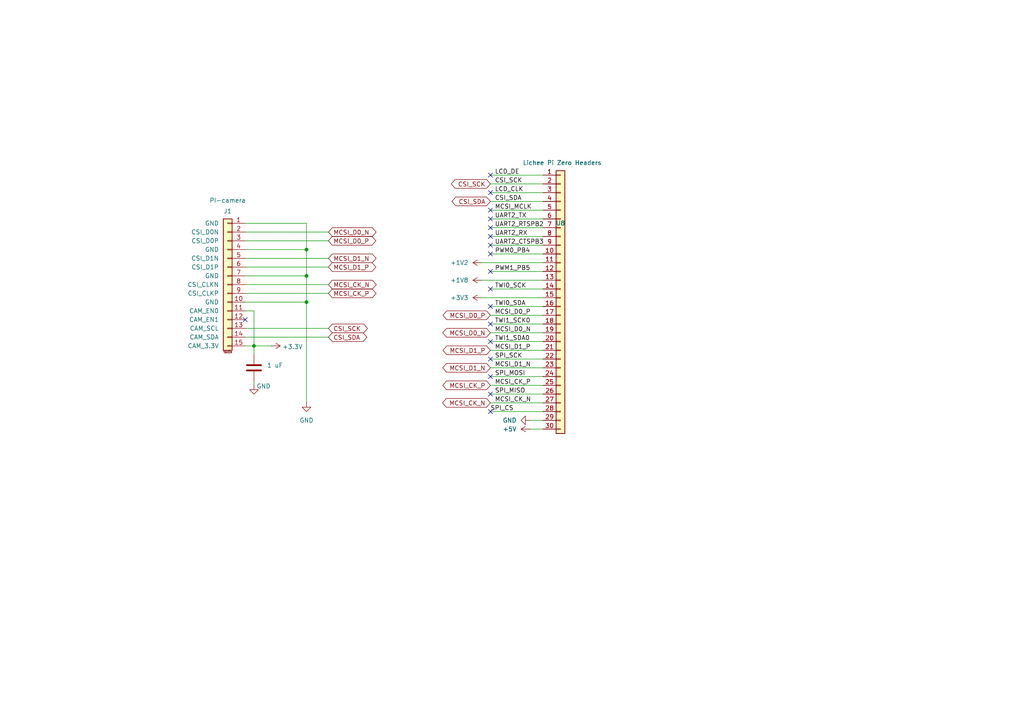
<source format=kicad_sch>
(kicad_sch
	(version 20250114)
	(generator "eeschema")
	(generator_version "9.0")
	(uuid "0b16d94b-075d-4a02-a0d5-e7398a69369a")
	(paper "A4")
	(title_block
		(date "2025-09-27")
	)
	(lib_symbols
		(symbol "C_1"
			(pin_numbers
				(hide yes)
			)
			(pin_names
				(offset 0.254)
			)
			(exclude_from_sim no)
			(in_bom yes)
			(on_board yes)
			(property "Reference" "C1"
				(at -4.572 0 90)
				(do_not_autoplace)
				(effects
					(font
						(size 1.27 1.27)
					)
					(hide yes)
				)
			)
			(property "Value" "0.1 uF"
				(at -3.048 0 0)
				(do_not_autoplace)
				(effects
					(font
						(size 1.27 1.27)
					)
					(justify bottom)
				)
			)
			(property "Footprint" ""
				(at 0.9652 -3.81 0)
				(effects
					(font
						(size 1.27 1.27)
					)
					(hide yes)
				)
			)
			(property "Datasheet" "~"
				(at 0 0 0)
				(effects
					(font
						(size 1.27 1.27)
					)
					(hide yes)
				)
			)
			(property "Description" "Unpolarized capacitor"
				(at 0 0 0)
				(effects
					(font
						(size 1.27 1.27)
					)
					(hide yes)
				)
			)
			(property "ki_keywords" "cap capacitor"
				(at 0 0 0)
				(effects
					(font
						(size 1.27 1.27)
					)
					(hide yes)
				)
			)
			(property "ki_fp_filters" "C_*"
				(at 0 0 0)
				(effects
					(font
						(size 1.27 1.27)
					)
					(hide yes)
				)
			)
			(symbol "C_1_0_1"
				(polyline
					(pts
						(xy -2.032 0.762) (xy 2.032 0.762)
					)
					(stroke
						(width 0.508)
						(type default)
					)
					(fill
						(type none)
					)
				)
				(polyline
					(pts
						(xy -2.032 -0.762) (xy 2.032 -0.762)
					)
					(stroke
						(width 0.508)
						(type default)
					)
					(fill
						(type none)
					)
				)
			)
			(symbol "C_1_1_1"
				(pin passive line
					(at 0 3.81 270)
					(length 2.794)
					(name "~"
						(effects
							(font
								(size 1.27 1.27)
							)
						)
					)
					(number "1"
						(effects
							(font
								(size 1.27 1.27)
							)
						)
					)
				)
				(pin passive line
					(at 0 -3.81 90)
					(length 2.794)
					(name "~"
						(effects
							(font
								(size 1.27 1.27)
							)
						)
					)
					(number "2"
						(effects
							(font
								(size 1.27 1.27)
							)
						)
					)
				)
			)
			(embedded_fonts no)
		)
		(symbol "Conn_01x15_MountingPin_1_1"
			(pin_names
				(offset 3.81)
			)
			(exclude_from_sim no)
			(in_bom yes)
			(on_board yes)
			(property "Reference" "J1"
				(at 0 20.574 0)
				(do_not_autoplace)
				(effects
					(font
						(size 1.27 1.27)
					)
					(justify bottom)
				)
			)
			(property "Value" "RPI Camera Pin Out"
				(at 0 25.146 0)
				(do_not_autoplace)
				(effects
					(font
						(size 1.27 1.27)
					)
					(justify top)
				)
			)
			(property "Footprint" ""
				(at 0 0 0)
				(effects
					(font
						(size 1.27 1.27)
					)
					(hide yes)
				)
			)
			(property "Datasheet" "~"
				(at 0 0 0)
				(effects
					(font
						(size 1.27 1.27)
					)
					(hide yes)
				)
			)
			(property "Description" "Generic connectable mounting pin connector, single row, 01x15, script generated (kicad-library-utils/schlib/autogen/connector/)"
				(at 0 0 0)
				(effects
					(font
						(size 1.27 1.27)
					)
					(hide yes)
				)
			)
			(property "ki_keywords" "connector"
				(at 0 0 0)
				(effects
					(font
						(size 1.27 1.27)
					)
					(hide yes)
				)
			)
			(property "ki_fp_filters" "Connector*:*_1x??-1MP*"
				(at 0 0 0)
				(effects
					(font
						(size 1.27 1.27)
					)
					(hide yes)
				)
			)
			(symbol "Conn_01x15_MountingPin_1_1_1_1"
				(rectangle
					(start -1.27 19.05)
					(end 1.27 -19.05)
					(stroke
						(width 0.254)
						(type default)
					)
					(fill
						(type background)
					)
				)
				(rectangle
					(start -1.27 17.907)
					(end 0 17.653)
					(stroke
						(width 0.1524)
						(type default)
					)
					(fill
						(type none)
					)
				)
				(rectangle
					(start -1.27 15.367)
					(end 0 15.113)
					(stroke
						(width 0.1524)
						(type default)
					)
					(fill
						(type none)
					)
				)
				(rectangle
					(start -1.27 12.827)
					(end 0 12.573)
					(stroke
						(width 0.1524)
						(type default)
					)
					(fill
						(type none)
					)
				)
				(rectangle
					(start -1.27 10.287)
					(end 0 10.033)
					(stroke
						(width 0.1524)
						(type default)
					)
					(fill
						(type none)
					)
				)
				(rectangle
					(start -1.27 7.747)
					(end 0 7.493)
					(stroke
						(width 0.1524)
						(type default)
					)
					(fill
						(type none)
					)
				)
				(rectangle
					(start -1.27 5.207)
					(end 0 4.953)
					(stroke
						(width 0.1524)
						(type default)
					)
					(fill
						(type none)
					)
				)
				(rectangle
					(start -1.27 2.667)
					(end 0 2.413)
					(stroke
						(width 0.1524)
						(type default)
					)
					(fill
						(type none)
					)
				)
				(rectangle
					(start -1.27 0.127)
					(end 0 -0.127)
					(stroke
						(width 0.1524)
						(type default)
					)
					(fill
						(type none)
					)
				)
				(rectangle
					(start -1.27 -2.413)
					(end 0 -2.667)
					(stroke
						(width 0.1524)
						(type default)
					)
					(fill
						(type none)
					)
				)
				(rectangle
					(start -1.27 -4.953)
					(end 0 -5.207)
					(stroke
						(width 0.1524)
						(type default)
					)
					(fill
						(type none)
					)
				)
				(rectangle
					(start -1.27 -7.493)
					(end 0 -7.747)
					(stroke
						(width 0.1524)
						(type default)
					)
					(fill
						(type none)
					)
				)
				(rectangle
					(start -1.27 -10.033)
					(end 0 -10.287)
					(stroke
						(width 0.1524)
						(type default)
					)
					(fill
						(type none)
					)
				)
				(rectangle
					(start -1.27 -12.573)
					(end 0 -12.827)
					(stroke
						(width 0.1524)
						(type default)
					)
					(fill
						(type none)
					)
				)
				(rectangle
					(start -1.27 -15.113)
					(end 0 -15.367)
					(stroke
						(width 0.1524)
						(type default)
					)
					(fill
						(type none)
					)
				)
				(rectangle
					(start -1.27 -17.653)
					(end 0 -17.907)
					(stroke
						(width 0.1524)
						(type default)
					)
					(fill
						(type none)
					)
				)
				(polyline
					(pts
						(xy -1.016 -19.812) (xy 1.016 -19.812)
					)
					(stroke
						(width 0.1524)
						(type default)
					)
					(fill
						(type none)
					)
				)
				(text "Mounting"
					(at 0 -19.431 0)
					(effects
						(font
							(size 0.381 0.381)
						)
					)
				)
				(pin passive line
					(at -5.08 17.78 0)
					(length 3.81)
					(name "GND"
						(effects
							(font
								(size 1.27 1.27)
							)
						)
					)
					(number "1"
						(effects
							(font
								(size 1.27 1.27)
							)
						)
					)
				)
				(pin passive line
					(at -5.08 15.24 0)
					(length 3.81)
					(name "CSI_D0N"
						(effects
							(font
								(size 1.27 1.27)
							)
						)
					)
					(number "2"
						(effects
							(font
								(size 1.27 1.27)
							)
						)
					)
				)
				(pin passive line
					(at -5.08 12.7 0)
					(length 3.81)
					(name "CSI_D0P"
						(effects
							(font
								(size 1.27 1.27)
							)
						)
					)
					(number "3"
						(effects
							(font
								(size 1.27 1.27)
							)
						)
					)
				)
				(pin passive line
					(at -5.08 10.16 0)
					(length 3.81)
					(name "GND"
						(effects
							(font
								(size 1.27 1.27)
							)
						)
					)
					(number "4"
						(effects
							(font
								(size 1.27 1.27)
							)
						)
					)
				)
				(pin passive line
					(at -5.08 7.62 0)
					(length 3.81)
					(name "CSI_D1N"
						(effects
							(font
								(size 1.27 1.27)
							)
						)
					)
					(number "5"
						(effects
							(font
								(size 1.27 1.27)
							)
						)
					)
				)
				(pin passive line
					(at -5.08 5.08 0)
					(length 3.81)
					(name "CSI_D1P"
						(effects
							(font
								(size 1.27 1.27)
							)
						)
					)
					(number "6"
						(effects
							(font
								(size 1.27 1.27)
							)
						)
					)
				)
				(pin passive line
					(at -5.08 2.54 0)
					(length 3.81)
					(name "GND"
						(effects
							(font
								(size 1.27 1.27)
							)
						)
					)
					(number "7"
						(effects
							(font
								(size 1.27 1.27)
							)
						)
					)
				)
				(pin passive line
					(at -5.08 0 0)
					(length 3.81)
					(name "CSI_CLKN"
						(effects
							(font
								(size 1.27 1.27)
							)
						)
					)
					(number "8"
						(effects
							(font
								(size 1.27 1.27)
							)
						)
					)
				)
				(pin passive line
					(at -5.08 -2.54 0)
					(length 3.81)
					(name "CSI_CLKP"
						(effects
							(font
								(size 1.27 1.27)
							)
						)
					)
					(number "9"
						(effects
							(font
								(size 1.27 1.27)
							)
						)
					)
				)
				(pin passive line
					(at -5.08 -5.08 0)
					(length 3.81)
					(name "GND"
						(effects
							(font
								(size 1.27 1.27)
							)
						)
					)
					(number "10"
						(effects
							(font
								(size 1.27 1.27)
							)
						)
					)
				)
				(pin passive line
					(at -5.08 -7.62 0)
					(length 3.81)
					(name "CAM_EN0"
						(effects
							(font
								(size 1.27 1.27)
							)
						)
					)
					(number "11"
						(effects
							(font
								(size 1.27 1.27)
							)
						)
					)
				)
				(pin passive line
					(at -5.08 -10.16 0)
					(length 3.81)
					(name "CAM_EN1"
						(effects
							(font
								(size 1.27 1.27)
							)
						)
					)
					(number "12"
						(effects
							(font
								(size 1.27 1.27)
							)
						)
					)
				)
				(pin passive line
					(at -5.08 -12.7 0)
					(length 3.81)
					(name "CAM_SCL"
						(effects
							(font
								(size 1.27 1.27)
							)
						)
					)
					(number "13"
						(effects
							(font
								(size 1.27 1.27)
							)
						)
					)
				)
				(pin passive line
					(at -5.08 -15.24 0)
					(length 3.81)
					(name "CAM_SDA"
						(effects
							(font
								(size 1.27 1.27)
							)
						)
					)
					(number "14"
						(effects
							(font
								(size 1.27 1.27)
							)
						)
					)
				)
				(pin passive line
					(at -5.08 -17.78 0)
					(length 3.81)
					(name "CAM_3.3V"
						(effects
							(font
								(size 1.27 1.27)
							)
						)
					)
					(number "15"
						(effects
							(font
								(size 1.27 1.27)
							)
						)
					)
				)
			)
			(embedded_fonts no)
		)
		(symbol "Connector_Generic:Conn_01x30"
			(pin_names
				(offset 1.016)
				(hide yes)
			)
			(exclude_from_sim no)
			(in_bom yes)
			(on_board yes)
			(property "Reference" "J"
				(at 0 38.1 0)
				(effects
					(font
						(size 1.27 1.27)
					)
				)
			)
			(property "Value" "Conn_01x30"
				(at 0 -40.64 0)
				(effects
					(font
						(size 1.27 1.27)
					)
				)
			)
			(property "Footprint" ""
				(at 0 0 0)
				(effects
					(font
						(size 1.27 1.27)
					)
					(hide yes)
				)
			)
			(property "Datasheet" "~"
				(at 0 0 0)
				(effects
					(font
						(size 1.27 1.27)
					)
					(hide yes)
				)
			)
			(property "Description" "Generic connector, single row, 01x30, script generated (kicad-library-utils/schlib/autogen/connector/)"
				(at 0 0 0)
				(effects
					(font
						(size 1.27 1.27)
					)
					(hide yes)
				)
			)
			(property "ki_keywords" "connector"
				(at 0 0 0)
				(effects
					(font
						(size 1.27 1.27)
					)
					(hide yes)
				)
			)
			(property "ki_fp_filters" "Connector*:*_1x??_*"
				(at 0 0 0)
				(effects
					(font
						(size 1.27 1.27)
					)
					(hide yes)
				)
			)
			(symbol "Conn_01x30_1_1"
				(rectangle
					(start -1.27 36.83)
					(end 1.27 -39.37)
					(stroke
						(width 0.254)
						(type default)
					)
					(fill
						(type background)
					)
				)
				(rectangle
					(start -1.27 35.687)
					(end 0 35.433)
					(stroke
						(width 0.1524)
						(type default)
					)
					(fill
						(type none)
					)
				)
				(rectangle
					(start -1.27 33.147)
					(end 0 32.893)
					(stroke
						(width 0.1524)
						(type default)
					)
					(fill
						(type none)
					)
				)
				(rectangle
					(start -1.27 30.607)
					(end 0 30.353)
					(stroke
						(width 0.1524)
						(type default)
					)
					(fill
						(type none)
					)
				)
				(rectangle
					(start -1.27 28.067)
					(end 0 27.813)
					(stroke
						(width 0.1524)
						(type default)
					)
					(fill
						(type none)
					)
				)
				(rectangle
					(start -1.27 25.527)
					(end 0 25.273)
					(stroke
						(width 0.1524)
						(type default)
					)
					(fill
						(type none)
					)
				)
				(rectangle
					(start -1.27 22.987)
					(end 0 22.733)
					(stroke
						(width 0.1524)
						(type default)
					)
					(fill
						(type none)
					)
				)
				(rectangle
					(start -1.27 20.447)
					(end 0 20.193)
					(stroke
						(width 0.1524)
						(type default)
					)
					(fill
						(type none)
					)
				)
				(rectangle
					(start -1.27 17.907)
					(end 0 17.653)
					(stroke
						(width 0.1524)
						(type default)
					)
					(fill
						(type none)
					)
				)
				(rectangle
					(start -1.27 15.367)
					(end 0 15.113)
					(stroke
						(width 0.1524)
						(type default)
					)
					(fill
						(type none)
					)
				)
				(rectangle
					(start -1.27 12.827)
					(end 0 12.573)
					(stroke
						(width 0.1524)
						(type default)
					)
					(fill
						(type none)
					)
				)
				(rectangle
					(start -1.27 10.287)
					(end 0 10.033)
					(stroke
						(width 0.1524)
						(type default)
					)
					(fill
						(type none)
					)
				)
				(rectangle
					(start -1.27 7.747)
					(end 0 7.493)
					(stroke
						(width 0.1524)
						(type default)
					)
					(fill
						(type none)
					)
				)
				(rectangle
					(start -1.27 5.207)
					(end 0 4.953)
					(stroke
						(width 0.1524)
						(type default)
					)
					(fill
						(type none)
					)
				)
				(rectangle
					(start -1.27 2.667)
					(end 0 2.413)
					(stroke
						(width 0.1524)
						(type default)
					)
					(fill
						(type none)
					)
				)
				(rectangle
					(start -1.27 0.127)
					(end 0 -0.127)
					(stroke
						(width 0.1524)
						(type default)
					)
					(fill
						(type none)
					)
				)
				(rectangle
					(start -1.27 -2.413)
					(end 0 -2.667)
					(stroke
						(width 0.1524)
						(type default)
					)
					(fill
						(type none)
					)
				)
				(rectangle
					(start -1.27 -4.953)
					(end 0 -5.207)
					(stroke
						(width 0.1524)
						(type default)
					)
					(fill
						(type none)
					)
				)
				(rectangle
					(start -1.27 -7.493)
					(end 0 -7.747)
					(stroke
						(width 0.1524)
						(type default)
					)
					(fill
						(type none)
					)
				)
				(rectangle
					(start -1.27 -10.033)
					(end 0 -10.287)
					(stroke
						(width 0.1524)
						(type default)
					)
					(fill
						(type none)
					)
				)
				(rectangle
					(start -1.27 -12.573)
					(end 0 -12.827)
					(stroke
						(width 0.1524)
						(type default)
					)
					(fill
						(type none)
					)
				)
				(rectangle
					(start -1.27 -15.113)
					(end 0 -15.367)
					(stroke
						(width 0.1524)
						(type default)
					)
					(fill
						(type none)
					)
				)
				(rectangle
					(start -1.27 -17.653)
					(end 0 -17.907)
					(stroke
						(width 0.1524)
						(type default)
					)
					(fill
						(type none)
					)
				)
				(rectangle
					(start -1.27 -20.193)
					(end 0 -20.447)
					(stroke
						(width 0.1524)
						(type default)
					)
					(fill
						(type none)
					)
				)
				(rectangle
					(start -1.27 -22.733)
					(end 0 -22.987)
					(stroke
						(width 0.1524)
						(type default)
					)
					(fill
						(type none)
					)
				)
				(rectangle
					(start -1.27 -25.273)
					(end 0 -25.527)
					(stroke
						(width 0.1524)
						(type default)
					)
					(fill
						(type none)
					)
				)
				(rectangle
					(start -1.27 -27.813)
					(end 0 -28.067)
					(stroke
						(width 0.1524)
						(type default)
					)
					(fill
						(type none)
					)
				)
				(rectangle
					(start -1.27 -30.353)
					(end 0 -30.607)
					(stroke
						(width 0.1524)
						(type default)
					)
					(fill
						(type none)
					)
				)
				(rectangle
					(start -1.27 -32.893)
					(end 0 -33.147)
					(stroke
						(width 0.1524)
						(type default)
					)
					(fill
						(type none)
					)
				)
				(rectangle
					(start -1.27 -35.433)
					(end 0 -35.687)
					(stroke
						(width 0.1524)
						(type default)
					)
					(fill
						(type none)
					)
				)
				(rectangle
					(start -1.27 -37.973)
					(end 0 -38.227)
					(stroke
						(width 0.1524)
						(type default)
					)
					(fill
						(type none)
					)
				)
				(pin passive line
					(at -5.08 35.56 0)
					(length 3.81)
					(name "Pin_1"
						(effects
							(font
								(size 1.27 1.27)
							)
						)
					)
					(number "1"
						(effects
							(font
								(size 1.27 1.27)
							)
						)
					)
				)
				(pin passive line
					(at -5.08 33.02 0)
					(length 3.81)
					(name "Pin_2"
						(effects
							(font
								(size 1.27 1.27)
							)
						)
					)
					(number "2"
						(effects
							(font
								(size 1.27 1.27)
							)
						)
					)
				)
				(pin passive line
					(at -5.08 30.48 0)
					(length 3.81)
					(name "Pin_3"
						(effects
							(font
								(size 1.27 1.27)
							)
						)
					)
					(number "3"
						(effects
							(font
								(size 1.27 1.27)
							)
						)
					)
				)
				(pin passive line
					(at -5.08 27.94 0)
					(length 3.81)
					(name "Pin_4"
						(effects
							(font
								(size 1.27 1.27)
							)
						)
					)
					(number "4"
						(effects
							(font
								(size 1.27 1.27)
							)
						)
					)
				)
				(pin passive line
					(at -5.08 25.4 0)
					(length 3.81)
					(name "Pin_5"
						(effects
							(font
								(size 1.27 1.27)
							)
						)
					)
					(number "5"
						(effects
							(font
								(size 1.27 1.27)
							)
						)
					)
				)
				(pin passive line
					(at -5.08 22.86 0)
					(length 3.81)
					(name "Pin_6"
						(effects
							(font
								(size 1.27 1.27)
							)
						)
					)
					(number "6"
						(effects
							(font
								(size 1.27 1.27)
							)
						)
					)
				)
				(pin passive line
					(at -5.08 20.32 0)
					(length 3.81)
					(name "Pin_7"
						(effects
							(font
								(size 1.27 1.27)
							)
						)
					)
					(number "7"
						(effects
							(font
								(size 1.27 1.27)
							)
						)
					)
				)
				(pin passive line
					(at -5.08 17.78 0)
					(length 3.81)
					(name "Pin_8"
						(effects
							(font
								(size 1.27 1.27)
							)
						)
					)
					(number "8"
						(effects
							(font
								(size 1.27 1.27)
							)
						)
					)
				)
				(pin passive line
					(at -5.08 15.24 0)
					(length 3.81)
					(name "Pin_9"
						(effects
							(font
								(size 1.27 1.27)
							)
						)
					)
					(number "9"
						(effects
							(font
								(size 1.27 1.27)
							)
						)
					)
				)
				(pin passive line
					(at -5.08 12.7 0)
					(length 3.81)
					(name "Pin_10"
						(effects
							(font
								(size 1.27 1.27)
							)
						)
					)
					(number "10"
						(effects
							(font
								(size 1.27 1.27)
							)
						)
					)
				)
				(pin passive line
					(at -5.08 10.16 0)
					(length 3.81)
					(name "Pin_11"
						(effects
							(font
								(size 1.27 1.27)
							)
						)
					)
					(number "11"
						(effects
							(font
								(size 1.27 1.27)
							)
						)
					)
				)
				(pin passive line
					(at -5.08 7.62 0)
					(length 3.81)
					(name "Pin_12"
						(effects
							(font
								(size 1.27 1.27)
							)
						)
					)
					(number "12"
						(effects
							(font
								(size 1.27 1.27)
							)
						)
					)
				)
				(pin passive line
					(at -5.08 5.08 0)
					(length 3.81)
					(name "Pin_13"
						(effects
							(font
								(size 1.27 1.27)
							)
						)
					)
					(number "13"
						(effects
							(font
								(size 1.27 1.27)
							)
						)
					)
				)
				(pin passive line
					(at -5.08 2.54 0)
					(length 3.81)
					(name "Pin_14"
						(effects
							(font
								(size 1.27 1.27)
							)
						)
					)
					(number "14"
						(effects
							(font
								(size 1.27 1.27)
							)
						)
					)
				)
				(pin passive line
					(at -5.08 0 0)
					(length 3.81)
					(name "Pin_15"
						(effects
							(font
								(size 1.27 1.27)
							)
						)
					)
					(number "15"
						(effects
							(font
								(size 1.27 1.27)
							)
						)
					)
				)
				(pin passive line
					(at -5.08 -2.54 0)
					(length 3.81)
					(name "Pin_16"
						(effects
							(font
								(size 1.27 1.27)
							)
						)
					)
					(number "16"
						(effects
							(font
								(size 1.27 1.27)
							)
						)
					)
				)
				(pin passive line
					(at -5.08 -5.08 0)
					(length 3.81)
					(name "Pin_17"
						(effects
							(font
								(size 1.27 1.27)
							)
						)
					)
					(number "17"
						(effects
							(font
								(size 1.27 1.27)
							)
						)
					)
				)
				(pin passive line
					(at -5.08 -7.62 0)
					(length 3.81)
					(name "Pin_18"
						(effects
							(font
								(size 1.27 1.27)
							)
						)
					)
					(number "18"
						(effects
							(font
								(size 1.27 1.27)
							)
						)
					)
				)
				(pin passive line
					(at -5.08 -10.16 0)
					(length 3.81)
					(name "Pin_19"
						(effects
							(font
								(size 1.27 1.27)
							)
						)
					)
					(number "19"
						(effects
							(font
								(size 1.27 1.27)
							)
						)
					)
				)
				(pin passive line
					(at -5.08 -12.7 0)
					(length 3.81)
					(name "Pin_20"
						(effects
							(font
								(size 1.27 1.27)
							)
						)
					)
					(number "20"
						(effects
							(font
								(size 1.27 1.27)
							)
						)
					)
				)
				(pin passive line
					(at -5.08 -15.24 0)
					(length 3.81)
					(name "Pin_21"
						(effects
							(font
								(size 1.27 1.27)
							)
						)
					)
					(number "21"
						(effects
							(font
								(size 1.27 1.27)
							)
						)
					)
				)
				(pin passive line
					(at -5.08 -17.78 0)
					(length 3.81)
					(name "Pin_22"
						(effects
							(font
								(size 1.27 1.27)
							)
						)
					)
					(number "22"
						(effects
							(font
								(size 1.27 1.27)
							)
						)
					)
				)
				(pin passive line
					(at -5.08 -20.32 0)
					(length 3.81)
					(name "Pin_23"
						(effects
							(font
								(size 1.27 1.27)
							)
						)
					)
					(number "23"
						(effects
							(font
								(size 1.27 1.27)
							)
						)
					)
				)
				(pin passive line
					(at -5.08 -22.86 0)
					(length 3.81)
					(name "Pin_24"
						(effects
							(font
								(size 1.27 1.27)
							)
						)
					)
					(number "24"
						(effects
							(font
								(size 1.27 1.27)
							)
						)
					)
				)
				(pin passive line
					(at -5.08 -25.4 0)
					(length 3.81)
					(name "Pin_25"
						(effects
							(font
								(size 1.27 1.27)
							)
						)
					)
					(number "25"
						(effects
							(font
								(size 1.27 1.27)
							)
						)
					)
				)
				(pin passive line
					(at -5.08 -27.94 0)
					(length 3.81)
					(name "Pin_26"
						(effects
							(font
								(size 1.27 1.27)
							)
						)
					)
					(number "26"
						(effects
							(font
								(size 1.27 1.27)
							)
						)
					)
				)
				(pin passive line
					(at -5.08 -30.48 0)
					(length 3.81)
					(name "Pin_27"
						(effects
							(font
								(size 1.27 1.27)
							)
						)
					)
					(number "27"
						(effects
							(font
								(size 1.27 1.27)
							)
						)
					)
				)
				(pin passive line
					(at -5.08 -33.02 0)
					(length 3.81)
					(name "Pin_28"
						(effects
							(font
								(size 1.27 1.27)
							)
						)
					)
					(number "28"
						(effects
							(font
								(size 1.27 1.27)
							)
						)
					)
				)
				(pin passive line
					(at -5.08 -35.56 0)
					(length 3.81)
					(name "Pin_29"
						(effects
							(font
								(size 1.27 1.27)
							)
						)
					)
					(number "29"
						(effects
							(font
								(size 1.27 1.27)
							)
						)
					)
				)
				(pin passive line
					(at -5.08 -38.1 0)
					(length 3.81)
					(name "Pin_30"
						(effects
							(font
								(size 1.27 1.27)
							)
						)
					)
					(number "30"
						(effects
							(font
								(size 1.27 1.27)
							)
						)
					)
				)
			)
			(embedded_fonts no)
		)
		(symbol "power:+1V2"
			(power)
			(pin_numbers
				(hide yes)
			)
			(pin_names
				(offset 0)
				(hide yes)
			)
			(exclude_from_sim no)
			(in_bom yes)
			(on_board yes)
			(property "Reference" "#PWR"
				(at 0 -3.81 0)
				(effects
					(font
						(size 1.27 1.27)
					)
					(hide yes)
				)
			)
			(property "Value" "+1V2"
				(at 0 3.556 0)
				(effects
					(font
						(size 1.27 1.27)
					)
				)
			)
			(property "Footprint" ""
				(at 0 0 0)
				(effects
					(font
						(size 1.27 1.27)
					)
					(hide yes)
				)
			)
			(property "Datasheet" ""
				(at 0 0 0)
				(effects
					(font
						(size 1.27 1.27)
					)
					(hide yes)
				)
			)
			(property "Description" "Power symbol creates a global label with name \"+1V2\""
				(at 0 0 0)
				(effects
					(font
						(size 1.27 1.27)
					)
					(hide yes)
				)
			)
			(property "ki_keywords" "global power"
				(at 0 0 0)
				(effects
					(font
						(size 1.27 1.27)
					)
					(hide yes)
				)
			)
			(symbol "+1V2_0_1"
				(polyline
					(pts
						(xy -0.762 1.27) (xy 0 2.54)
					)
					(stroke
						(width 0)
						(type default)
					)
					(fill
						(type none)
					)
				)
				(polyline
					(pts
						(xy 0 2.54) (xy 0.762 1.27)
					)
					(stroke
						(width 0)
						(type default)
					)
					(fill
						(type none)
					)
				)
				(polyline
					(pts
						(xy 0 0) (xy 0 2.54)
					)
					(stroke
						(width 0)
						(type default)
					)
					(fill
						(type none)
					)
				)
			)
			(symbol "+1V2_1_1"
				(pin power_in line
					(at 0 0 90)
					(length 0)
					(name "~"
						(effects
							(font
								(size 1.27 1.27)
							)
						)
					)
					(number "1"
						(effects
							(font
								(size 1.27 1.27)
							)
						)
					)
				)
			)
			(embedded_fonts no)
		)
		(symbol "power:+1V8"
			(power)
			(pin_numbers
				(hide yes)
			)
			(pin_names
				(offset 0)
				(hide yes)
			)
			(exclude_from_sim no)
			(in_bom yes)
			(on_board yes)
			(property "Reference" "#PWR"
				(at 0 -3.81 0)
				(effects
					(font
						(size 1.27 1.27)
					)
					(hide yes)
				)
			)
			(property "Value" "+1V8"
				(at 0 3.556 0)
				(effects
					(font
						(size 1.27 1.27)
					)
				)
			)
			(property "Footprint" ""
				(at 0 0 0)
				(effects
					(font
						(size 1.27 1.27)
					)
					(hide yes)
				)
			)
			(property "Datasheet" ""
				(at 0 0 0)
				(effects
					(font
						(size 1.27 1.27)
					)
					(hide yes)
				)
			)
			(property "Description" "Power symbol creates a global label with name \"+1V8\""
				(at 0 0 0)
				(effects
					(font
						(size 1.27 1.27)
					)
					(hide yes)
				)
			)
			(property "ki_keywords" "global power"
				(at 0 0 0)
				(effects
					(font
						(size 1.27 1.27)
					)
					(hide yes)
				)
			)
			(symbol "+1V8_0_1"
				(polyline
					(pts
						(xy -0.762 1.27) (xy 0 2.54)
					)
					(stroke
						(width 0)
						(type default)
					)
					(fill
						(type none)
					)
				)
				(polyline
					(pts
						(xy 0 2.54) (xy 0.762 1.27)
					)
					(stroke
						(width 0)
						(type default)
					)
					(fill
						(type none)
					)
				)
				(polyline
					(pts
						(xy 0 0) (xy 0 2.54)
					)
					(stroke
						(width 0)
						(type default)
					)
					(fill
						(type none)
					)
				)
			)
			(symbol "+1V8_1_1"
				(pin power_in line
					(at 0 0 90)
					(length 0)
					(name "~"
						(effects
							(font
								(size 1.27 1.27)
							)
						)
					)
					(number "1"
						(effects
							(font
								(size 1.27 1.27)
							)
						)
					)
				)
			)
			(embedded_fonts no)
		)
		(symbol "power:+3.3V"
			(power)
			(pin_numbers
				(hide yes)
			)
			(pin_names
				(offset 0)
				(hide yes)
			)
			(exclude_from_sim no)
			(in_bom yes)
			(on_board yes)
			(property "Reference" "#PWR"
				(at 0 -3.81 0)
				(effects
					(font
						(size 1.27 1.27)
					)
					(hide yes)
				)
			)
			(property "Value" "+3.3V"
				(at 0 3.556 0)
				(effects
					(font
						(size 1.27 1.27)
					)
				)
			)
			(property "Footprint" ""
				(at 0 0 0)
				(effects
					(font
						(size 1.27 1.27)
					)
					(hide yes)
				)
			)
			(property "Datasheet" ""
				(at 0 0 0)
				(effects
					(font
						(size 1.27 1.27)
					)
					(hide yes)
				)
			)
			(property "Description" "Power symbol creates a global label with name \"+3.3V\""
				(at 0 0 0)
				(effects
					(font
						(size 1.27 1.27)
					)
					(hide yes)
				)
			)
			(property "ki_keywords" "global power"
				(at 0 0 0)
				(effects
					(font
						(size 1.27 1.27)
					)
					(hide yes)
				)
			)
			(symbol "+3.3V_0_1"
				(polyline
					(pts
						(xy -0.762 1.27) (xy 0 2.54)
					)
					(stroke
						(width 0)
						(type default)
					)
					(fill
						(type none)
					)
				)
				(polyline
					(pts
						(xy 0 2.54) (xy 0.762 1.27)
					)
					(stroke
						(width 0)
						(type default)
					)
					(fill
						(type none)
					)
				)
				(polyline
					(pts
						(xy 0 0) (xy 0 2.54)
					)
					(stroke
						(width 0)
						(type default)
					)
					(fill
						(type none)
					)
				)
			)
			(symbol "+3.3V_1_1"
				(pin power_in line
					(at 0 0 90)
					(length 0)
					(name "~"
						(effects
							(font
								(size 1.27 1.27)
							)
						)
					)
					(number "1"
						(effects
							(font
								(size 1.27 1.27)
							)
						)
					)
				)
			)
			(embedded_fonts no)
		)
		(symbol "power:+3V3"
			(power)
			(pin_numbers
				(hide yes)
			)
			(pin_names
				(offset 0)
				(hide yes)
			)
			(exclude_from_sim no)
			(in_bom yes)
			(on_board yes)
			(property "Reference" "#PWR"
				(at 0 -3.81 0)
				(effects
					(font
						(size 1.27 1.27)
					)
					(hide yes)
				)
			)
			(property "Value" "+3V3"
				(at 0 3.556 0)
				(effects
					(font
						(size 1.27 1.27)
					)
				)
			)
			(property "Footprint" ""
				(at 0 0 0)
				(effects
					(font
						(size 1.27 1.27)
					)
					(hide yes)
				)
			)
			(property "Datasheet" ""
				(at 0 0 0)
				(effects
					(font
						(size 1.27 1.27)
					)
					(hide yes)
				)
			)
			(property "Description" "Power symbol creates a global label with name \"+3V3\""
				(at 0 0 0)
				(effects
					(font
						(size 1.27 1.27)
					)
					(hide yes)
				)
			)
			(property "ki_keywords" "global power"
				(at 0 0 0)
				(effects
					(font
						(size 1.27 1.27)
					)
					(hide yes)
				)
			)
			(symbol "+3V3_0_1"
				(polyline
					(pts
						(xy -0.762 1.27) (xy 0 2.54)
					)
					(stroke
						(width 0)
						(type default)
					)
					(fill
						(type none)
					)
				)
				(polyline
					(pts
						(xy 0 2.54) (xy 0.762 1.27)
					)
					(stroke
						(width 0)
						(type default)
					)
					(fill
						(type none)
					)
				)
				(polyline
					(pts
						(xy 0 0) (xy 0 2.54)
					)
					(stroke
						(width 0)
						(type default)
					)
					(fill
						(type none)
					)
				)
			)
			(symbol "+3V3_1_1"
				(pin power_in line
					(at 0 0 90)
					(length 0)
					(name "~"
						(effects
							(font
								(size 1.27 1.27)
							)
						)
					)
					(number "1"
						(effects
							(font
								(size 1.27 1.27)
							)
						)
					)
				)
			)
			(embedded_fonts no)
		)
		(symbol "power:+5V"
			(power)
			(pin_numbers
				(hide yes)
			)
			(pin_names
				(offset 0)
				(hide yes)
			)
			(exclude_from_sim no)
			(in_bom yes)
			(on_board yes)
			(property "Reference" "#PWR"
				(at 0 -3.81 0)
				(effects
					(font
						(size 1.27 1.27)
					)
					(hide yes)
				)
			)
			(property "Value" "+5V"
				(at 0 3.556 0)
				(effects
					(font
						(size 1.27 1.27)
					)
				)
			)
			(property "Footprint" ""
				(at 0 0 0)
				(effects
					(font
						(size 1.27 1.27)
					)
					(hide yes)
				)
			)
			(property "Datasheet" ""
				(at 0 0 0)
				(effects
					(font
						(size 1.27 1.27)
					)
					(hide yes)
				)
			)
			(property "Description" "Power symbol creates a global label with name \"+5V\""
				(at 0 0 0)
				(effects
					(font
						(size 1.27 1.27)
					)
					(hide yes)
				)
			)
			(property "ki_keywords" "global power"
				(at 0 0 0)
				(effects
					(font
						(size 1.27 1.27)
					)
					(hide yes)
				)
			)
			(symbol "+5V_0_1"
				(polyline
					(pts
						(xy -0.762 1.27) (xy 0 2.54)
					)
					(stroke
						(width 0)
						(type default)
					)
					(fill
						(type none)
					)
				)
				(polyline
					(pts
						(xy 0 2.54) (xy 0.762 1.27)
					)
					(stroke
						(width 0)
						(type default)
					)
					(fill
						(type none)
					)
				)
				(polyline
					(pts
						(xy 0 0) (xy 0 2.54)
					)
					(stroke
						(width 0)
						(type default)
					)
					(fill
						(type none)
					)
				)
			)
			(symbol "+5V_1_1"
				(pin power_in line
					(at 0 0 90)
					(length 0)
					(name "~"
						(effects
							(font
								(size 1.27 1.27)
							)
						)
					)
					(number "1"
						(effects
							(font
								(size 1.27 1.27)
							)
						)
					)
				)
			)
			(embedded_fonts no)
		)
		(symbol "power:GND"
			(power)
			(pin_numbers
				(hide yes)
			)
			(pin_names
				(offset 0)
				(hide yes)
			)
			(exclude_from_sim no)
			(in_bom yes)
			(on_board yes)
			(property "Reference" "#PWR"
				(at 0 -6.35 0)
				(effects
					(font
						(size 1.27 1.27)
					)
					(hide yes)
				)
			)
			(property "Value" "GND"
				(at 0 -3.81 0)
				(effects
					(font
						(size 1.27 1.27)
					)
				)
			)
			(property "Footprint" ""
				(at 0 0 0)
				(effects
					(font
						(size 1.27 1.27)
					)
					(hide yes)
				)
			)
			(property "Datasheet" ""
				(at 0 0 0)
				(effects
					(font
						(size 1.27 1.27)
					)
					(hide yes)
				)
			)
			(property "Description" "Power symbol creates a global label with name \"GND\" , ground"
				(at 0 0 0)
				(effects
					(font
						(size 1.27 1.27)
					)
					(hide yes)
				)
			)
			(property "ki_keywords" "global power"
				(at 0 0 0)
				(effects
					(font
						(size 1.27 1.27)
					)
					(hide yes)
				)
			)
			(symbol "GND_0_1"
				(polyline
					(pts
						(xy 0 0) (xy 0 -1.27) (xy 1.27 -1.27) (xy 0 -2.54) (xy -1.27 -1.27) (xy 0 -1.27)
					)
					(stroke
						(width 0)
						(type default)
					)
					(fill
						(type none)
					)
				)
			)
			(symbol "GND_1_1"
				(pin power_in line
					(at 0 0 270)
					(length 0)
					(name "~"
						(effects
							(font
								(size 1.27 1.27)
							)
						)
					)
					(number "1"
						(effects
							(font
								(size 1.27 1.27)
							)
						)
					)
				)
			)
			(embedded_fonts no)
		)
	)
	(junction
		(at 88.9 87.63)
		(diameter 0)
		(color 0 0 0 0)
		(uuid "357eafba-886a-4c6f-8930-ba785670da14")
	)
	(junction
		(at 88.9 80.01)
		(diameter 0)
		(color 0 0 0 0)
		(uuid "380b0dab-d8ca-4da7-b85f-bbc6dbbfa2fe")
	)
	(junction
		(at 88.9 72.39)
		(diameter 0)
		(color 0 0 0 0)
		(uuid "df85c418-8a1a-43ac-8cad-13bdec6d9f28")
	)
	(junction
		(at 73.66 100.33)
		(diameter 0)
		(color 0 0 0 0)
		(uuid "fcbadc01-b6ec-4b82-9a29-1016172b4c7f")
	)
	(no_connect
		(at 142.24 109.22)
		(uuid "0b68a44a-b129-4846-aa79-f96c595e951c")
	)
	(no_connect
		(at 142.24 60.96)
		(uuid "3dd0dd72-b4b4-425e-9a8a-45179c1d4bcb")
	)
	(no_connect
		(at 142.24 93.98)
		(uuid "49391801-339a-4b9b-8fe1-85b414a1c674")
	)
	(no_connect
		(at 71.12 92.71)
		(uuid "4d3139ea-3272-4f7b-ada2-3c5a9a7d3f03")
	)
	(no_connect
		(at 142.24 78.74)
		(uuid "5a7d663a-5cce-4558-912c-91e160821543")
	)
	(no_connect
		(at 142.24 55.88)
		(uuid "6825132d-c4d6-4e6b-9dd5-7eb4eb29ff25")
	)
	(no_connect
		(at 142.24 63.5)
		(uuid "6d57b646-ce35-47ec-9ab3-d495526bdba3")
	)
	(no_connect
		(at 142.24 88.9)
		(uuid "7470926e-97f2-4054-90e7-d24b17cc67f5")
	)
	(no_connect
		(at 142.24 104.14)
		(uuid "79cab071-dd70-443c-aa5f-6ec53c403a98")
	)
	(no_connect
		(at 142.24 119.38)
		(uuid "9744d887-e58c-4bbc-b7b0-a5993f8f682c")
	)
	(no_connect
		(at 142.24 71.12)
		(uuid "9eb400fb-c348-4604-877e-2151fac70f92")
	)
	(no_connect
		(at 142.24 83.82)
		(uuid "a4a3fbd1-3dbd-4f3a-b9b5-0a7d45f812e0")
	)
	(no_connect
		(at 142.24 73.66)
		(uuid "a914b472-f3b1-4368-af6f-5126aa3573a0")
	)
	(no_connect
		(at 142.24 99.06)
		(uuid "b341c5d8-2abf-4ae1-b64a-e839d19ba134")
	)
	(no_connect
		(at 142.24 68.58)
		(uuid "b70068d3-fcb3-4bb2-b258-468a2dd5c88a")
	)
	(no_connect
		(at 142.24 114.3)
		(uuid "e65dc396-d049-4e14-9f8b-dd190c04b526")
	)
	(no_connect
		(at 142.24 66.04)
		(uuid "f7e46a4b-3ae2-44c3-8c98-48f6198c0fc2")
	)
	(no_connect
		(at 142.24 50.8)
		(uuid "fe6a7595-0c53-4d1a-8976-58fb4afe21b9")
	)
	(wire
		(pts
			(xy 142.24 93.98) (xy 157.48 93.98)
		)
		(stroke
			(width 0)
			(type default)
		)
		(uuid "0cd59ebc-4059-4df6-9bf8-d1d6fa4e200a")
	)
	(wire
		(pts
			(xy 142.24 63.5) (xy 157.48 63.5)
		)
		(stroke
			(width 0)
			(type default)
		)
		(uuid "18095c46-eed6-4b5b-826d-7f3a164f7c79")
	)
	(wire
		(pts
			(xy 142.24 68.58) (xy 157.48 68.58)
		)
		(stroke
			(width 0)
			(type default)
		)
		(uuid "1a31d392-7115-4733-85ab-07da3e0e9916")
	)
	(wire
		(pts
			(xy 73.66 100.33) (xy 73.66 102.87)
		)
		(stroke
			(width 0)
			(type default)
		)
		(uuid "1ddfa31d-31d7-4981-84a4-3003e5b76d26")
	)
	(wire
		(pts
			(xy 71.12 87.63) (xy 88.9 87.63)
		)
		(stroke
			(width 0)
			(type default)
		)
		(uuid "1df8ff94-6b96-4ad7-9671-32d324f71575")
	)
	(wire
		(pts
			(xy 71.12 97.79) (xy 95.25 97.79)
		)
		(stroke
			(width 0)
			(type default)
		)
		(uuid "212d3fcf-96bd-43c7-88a9-d5b8a759601a")
	)
	(wire
		(pts
			(xy 142.24 109.22) (xy 157.48 109.22)
		)
		(stroke
			(width 0)
			(type default)
		)
		(uuid "221668cd-b0a2-4e75-811c-1a174eab708c")
	)
	(wire
		(pts
			(xy 153.67 121.92) (xy 157.48 121.92)
		)
		(stroke
			(width 0)
			(type default)
		)
		(uuid "28ad0c4e-24fc-4992-85d8-e6bffe73fe81")
	)
	(wire
		(pts
			(xy 71.12 64.77) (xy 88.9 64.77)
		)
		(stroke
			(width 0)
			(type default)
		)
		(uuid "314684af-d8c3-4d1e-a012-d68155cf6a10")
	)
	(wire
		(pts
			(xy 142.24 58.42) (xy 157.48 58.42)
		)
		(stroke
			(width 0)
			(type default)
		)
		(uuid "35d9b0ca-23da-4f45-a089-864586912faa")
	)
	(wire
		(pts
			(xy 88.9 87.63) (xy 88.9 116.84)
		)
		(stroke
			(width 0)
			(type default)
		)
		(uuid "380b0d66-d08b-44e9-bdc6-ff48b072797d")
	)
	(wire
		(pts
			(xy 142.24 91.44) (xy 157.48 91.44)
		)
		(stroke
			(width 0)
			(type default)
		)
		(uuid "41096239-26ce-492d-b2e4-56dc473c3fe2")
	)
	(wire
		(pts
			(xy 142.24 71.12) (xy 157.48 71.12)
		)
		(stroke
			(width 0)
			(type default)
		)
		(uuid "43025160-5243-4424-b81b-a71ee3f14ddd")
	)
	(wire
		(pts
			(xy 142.24 106.68) (xy 157.48 106.68)
		)
		(stroke
			(width 0)
			(type default)
		)
		(uuid "4b3d0899-22e2-4dfd-8168-c75b53477924")
	)
	(wire
		(pts
			(xy 71.12 95.25) (xy 95.25 95.25)
		)
		(stroke
			(width 0)
			(type default)
		)
		(uuid "51424255-a480-48f7-ad69-93345c4676a9")
	)
	(wire
		(pts
			(xy 71.12 80.01) (xy 88.9 80.01)
		)
		(stroke
			(width 0)
			(type default)
		)
		(uuid "572e7d23-7e56-4fc4-bba6-b2c2655cd4cd")
	)
	(wire
		(pts
			(xy 142.24 119.38) (xy 157.48 119.38)
		)
		(stroke
			(width 0)
			(type default)
		)
		(uuid "585014f5-e54b-4ea3-b8cb-e280805b21db")
	)
	(wire
		(pts
			(xy 139.7 81.28) (xy 157.48 81.28)
		)
		(stroke
			(width 0)
			(type default)
		)
		(uuid "653f4ca0-2e7f-4fca-a1e7-995829a564bc")
	)
	(wire
		(pts
			(xy 142.24 55.88) (xy 157.48 55.88)
		)
		(stroke
			(width 0)
			(type default)
		)
		(uuid "68e313ab-21aa-470d-abbd-9a05bfa0d10a")
	)
	(wire
		(pts
			(xy 88.9 64.77) (xy 88.9 72.39)
		)
		(stroke
			(width 0)
			(type default)
		)
		(uuid "69a86c53-fc2d-43e9-bbbb-59cea009b27d")
	)
	(wire
		(pts
			(xy 73.66 90.17) (xy 73.66 100.33)
		)
		(stroke
			(width 0)
			(type default)
		)
		(uuid "771a2068-ad35-4efe-b523-e15da32b7a2a")
	)
	(wire
		(pts
			(xy 142.24 66.04) (xy 157.48 66.04)
		)
		(stroke
			(width 0)
			(type default)
		)
		(uuid "7aece2b9-66e9-41fb-a41b-18352fb308ac")
	)
	(wire
		(pts
			(xy 142.24 50.8) (xy 157.48 50.8)
		)
		(stroke
			(width 0)
			(type default)
		)
		(uuid "7c4ea35b-3a16-4ee1-903b-bb6c271ea11e")
	)
	(wire
		(pts
			(xy 71.12 69.85) (xy 95.25 69.85)
		)
		(stroke
			(width 0)
			(type default)
		)
		(uuid "82d67de7-c1ef-47df-b14e-5a434c2efed4")
	)
	(wire
		(pts
			(xy 142.24 101.6) (xy 157.48 101.6)
		)
		(stroke
			(width 0)
			(type default)
		)
		(uuid "84fd2a70-d554-4fd8-b38e-cd1d57e062f4")
	)
	(wire
		(pts
			(xy 71.12 82.55) (xy 95.25 82.55)
		)
		(stroke
			(width 0)
			(type default)
		)
		(uuid "87cc5008-cf8e-4aea-a746-9512733577b8")
	)
	(wire
		(pts
			(xy 73.66 110.49) (xy 73.66 111.76)
		)
		(stroke
			(width 0)
			(type default)
		)
		(uuid "87cf442c-0ab6-49fa-ab2a-9d2e150652b3")
	)
	(wire
		(pts
			(xy 71.12 100.33) (xy 73.66 100.33)
		)
		(stroke
			(width 0)
			(type default)
		)
		(uuid "8c052791-3335-42a8-ba4e-96559caaf891")
	)
	(wire
		(pts
			(xy 88.9 80.01) (xy 88.9 87.63)
		)
		(stroke
			(width 0)
			(type default)
		)
		(uuid "8c50cdfc-8681-47fb-bc64-381a61a5b579")
	)
	(wire
		(pts
			(xy 142.24 104.14) (xy 157.48 104.14)
		)
		(stroke
			(width 0)
			(type default)
		)
		(uuid "8fba16fe-9d75-4986-8165-d8808caef6cf")
	)
	(wire
		(pts
			(xy 153.67 124.46) (xy 157.48 124.46)
		)
		(stroke
			(width 0)
			(type default)
		)
		(uuid "95309be1-f7f9-45c0-bc3f-42cae5a8d2b4")
	)
	(wire
		(pts
			(xy 71.12 77.47) (xy 95.25 77.47)
		)
		(stroke
			(width 0)
			(type default)
		)
		(uuid "97b3c38c-ba1c-4b93-b375-8bd1024fec29")
	)
	(wire
		(pts
			(xy 139.7 76.2) (xy 157.48 76.2)
		)
		(stroke
			(width 0)
			(type default)
		)
		(uuid "989bb6ab-686f-4e5c-a1d4-00a133542fb9")
	)
	(wire
		(pts
			(xy 71.12 67.31) (xy 95.25 67.31)
		)
		(stroke
			(width 0)
			(type default)
		)
		(uuid "9997dbb9-7736-40a6-bfef-c6c09a464110")
	)
	(wire
		(pts
			(xy 142.24 99.06) (xy 157.48 99.06)
		)
		(stroke
			(width 0)
			(type default)
		)
		(uuid "9b9a9585-d30a-4ba4-9f6d-770c34a38d0a")
	)
	(wire
		(pts
			(xy 71.12 74.93) (xy 95.25 74.93)
		)
		(stroke
			(width 0)
			(type default)
		)
		(uuid "9e1d6c1c-9b3e-4132-85c9-1288a54adb11")
	)
	(wire
		(pts
			(xy 73.66 100.33) (xy 78.74 100.33)
		)
		(stroke
			(width 0)
			(type default)
		)
		(uuid "9ec3efd2-ee49-4626-9444-f0446d8a32eb")
	)
	(wire
		(pts
			(xy 142.24 96.52) (xy 157.48 96.52)
		)
		(stroke
			(width 0)
			(type default)
		)
		(uuid "a1447316-3e93-44e4-9548-72f9e91b3a23")
	)
	(wire
		(pts
			(xy 71.12 72.39) (xy 88.9 72.39)
		)
		(stroke
			(width 0)
			(type default)
		)
		(uuid "af3a6045-1df1-4604-b047-d92880c766e2")
	)
	(wire
		(pts
			(xy 142.24 88.9) (xy 157.48 88.9)
		)
		(stroke
			(width 0)
			(type default)
		)
		(uuid "afc00790-bfef-4aa7-8cc3-c768db68b97a")
	)
	(wire
		(pts
			(xy 142.24 83.82) (xy 157.48 83.82)
		)
		(stroke
			(width 0)
			(type default)
		)
		(uuid "b977cffb-6e71-4be5-9bde-bd3418fa42e5")
	)
	(wire
		(pts
			(xy 142.24 114.3) (xy 157.48 114.3)
		)
		(stroke
			(width 0)
			(type default)
		)
		(uuid "bc3a5026-6649-4e7c-83f8-b99b210b4d56")
	)
	(wire
		(pts
			(xy 142.24 111.76) (xy 157.48 111.76)
		)
		(stroke
			(width 0)
			(type default)
		)
		(uuid "caa9e861-cf7f-488e-99e9-4dbb752e0e2f")
	)
	(wire
		(pts
			(xy 142.24 73.66) (xy 157.48 73.66)
		)
		(stroke
			(width 0)
			(type default)
		)
		(uuid "cc929327-075e-4c3d-81fa-3c3722289f7b")
	)
	(wire
		(pts
			(xy 142.24 78.74) (xy 157.48 78.74)
		)
		(stroke
			(width 0)
			(type default)
		)
		(uuid "d5fd7695-a917-408c-b8a0-428c7565621b")
	)
	(wire
		(pts
			(xy 71.12 85.09) (xy 95.25 85.09)
		)
		(stroke
			(width 0)
			(type default)
		)
		(uuid "db1e328c-bca7-42f4-8055-176115eecbee")
	)
	(wire
		(pts
			(xy 142.24 116.84) (xy 157.48 116.84)
		)
		(stroke
			(width 0)
			(type default)
		)
		(uuid "dfadcae7-d3f8-42f0-8d8f-fb98386ec86b")
	)
	(wire
		(pts
			(xy 139.7 86.36) (xy 157.48 86.36)
		)
		(stroke
			(width 0)
			(type default)
		)
		(uuid "e918de46-1cf7-4604-9e4f-d102c9ba90fe")
	)
	(wire
		(pts
			(xy 71.12 90.17) (xy 73.66 90.17)
		)
		(stroke
			(width 0)
			(type default)
		)
		(uuid "f1199c62-f021-45e8-9f2c-2b798d6e7b07")
	)
	(wire
		(pts
			(xy 142.24 60.96) (xy 157.48 60.96)
		)
		(stroke
			(width 0)
			(type default)
		)
		(uuid "f2bdcf49-1c2d-432a-8932-8b266d3ee93c")
	)
	(wire
		(pts
			(xy 142.24 53.34) (xy 157.48 53.34)
		)
		(stroke
			(width 0)
			(type default)
		)
		(uuid "f6e6925d-48d0-4b97-ab46-7e412801763f")
	)
	(wire
		(pts
			(xy 88.9 72.39) (xy 88.9 80.01)
		)
		(stroke
			(width 0)
			(type default)
		)
		(uuid "f967ed46-8d17-46dc-9f9d-a0c25c568df4")
	)
	(label "MCSI_D1_P"
		(at 143.51 101.6 0)
		(effects
			(font
				(size 1.27 1.27)
			)
			(justify left bottom)
		)
		(uuid "04d70b7c-31fd-4e7f-b84a-e82e029a3af8")
	)
	(label "PWM1_PB5"
		(at 143.51 78.74 0)
		(effects
			(font
				(size 1.27 1.27)
			)
			(justify left bottom)
		)
		(uuid "0d7fb5c0-6d15-4651-be59-6932914e5fc1")
	)
	(label "TWI0_SDA"
		(at 143.51 88.9 0)
		(effects
			(font
				(size 1.27 1.27)
			)
			(justify left bottom)
		)
		(uuid "3847f861-028b-477c-a168-7a42a4c2d1b6")
	)
	(label "SPI_CS"
		(at 142.24 119.38 0)
		(effects
			(font
				(size 1.27 1.27)
			)
			(justify left bottom)
		)
		(uuid "41c58257-29f7-41e1-a036-e11a0c3eb04f")
	)
	(label "TWI1_SCK0"
		(at 143.51 93.98 0)
		(effects
			(font
				(size 1.27 1.27)
			)
			(justify left bottom)
		)
		(uuid "474502f8-82ec-43e2-91e2-27e24ea3ca5a")
	)
	(label "CSI_SDA"
		(at 143.51 58.42 0)
		(effects
			(font
				(size 1.27 1.27)
			)
			(justify left bottom)
		)
		(uuid "5c0cd9a4-712f-43ab-9685-c6b85bd7c426")
	)
	(label "MCSI_D0_P"
		(at 143.51 91.44 0)
		(effects
			(font
				(size 1.27 1.27)
			)
			(justify left bottom)
		)
		(uuid "67889c1c-7ce1-4f9a-b244-1c971832efdb")
	)
	(label "CSI_SCK"
		(at 143.51 53.34 0)
		(effects
			(font
				(size 1.27 1.27)
			)
			(justify left bottom)
		)
		(uuid "69a84262-0e2d-4a9f-af99-7181b1605aac")
	)
	(label "LCD_DE"
		(at 143.51 50.8 0)
		(effects
			(font
				(size 1.27 1.27)
			)
			(justify left bottom)
		)
		(uuid "75735ff9-a530-4c39-9c3d-22638a3d3ca2")
	)
	(label "SPI_MOSI"
		(at 143.51 109.22 0)
		(effects
			(font
				(size 1.27 1.27)
			)
			(justify left bottom)
		)
		(uuid "78593203-20c3-48b4-b276-26be65138859")
	)
	(label "LCD_CLK"
		(at 143.51 55.88 0)
		(effects
			(font
				(size 1.27 1.27)
			)
			(justify left bottom)
		)
		(uuid "7fb677a0-a1e5-46e0-9ce0-4c594fe00e07")
	)
	(label "TWI0_SCK"
		(at 143.51 83.82 0)
		(effects
			(font
				(size 1.27 1.27)
			)
			(justify left bottom)
		)
		(uuid "908fd471-1181-4f8b-bea6-6e273679d4cd")
	)
	(label "MCSI_CK_P"
		(at 143.51 111.76 0)
		(effects
			(font
				(size 1.27 1.27)
			)
			(justify left bottom)
		)
		(uuid "9de80f38-87e9-44b9-a47f-75fd1107182f")
	)
	(label "MCSI_D0_N"
		(at 143.51 96.52 0)
		(effects
			(font
				(size 1.27 1.27)
			)
			(justify left bottom)
		)
		(uuid "9f53583d-e650-4d38-894b-043fcec68479")
	)
	(label "UART2_RTSPB2"
		(at 143.51 66.04 0)
		(effects
			(font
				(size 1.27 1.27)
			)
			(justify left bottom)
		)
		(uuid "b6bbeaf9-a8a8-4cea-a414-1a72718d741a")
	)
	(label "MCSI_MCLK"
		(at 143.51 60.96 0)
		(effects
			(font
				(size 1.27 1.27)
			)
			(justify left bottom)
		)
		(uuid "bbab8225-dc4e-4539-86b1-1f6c5fd48c76")
	)
	(label "UART2_CTSPB3"
		(at 143.51 71.12 0)
		(effects
			(font
				(size 1.27 1.27)
			)
			(justify left bottom)
		)
		(uuid "c406f54c-8e9f-492e-89b8-dd2439ec604c")
	)
	(label "MCSI_CK_N"
		(at 143.51 116.84 0)
		(effects
			(font
				(size 1.27 1.27)
			)
			(justify left bottom)
		)
		(uuid "e62c19c7-d5be-4828-893d-8671a707ad85")
	)
	(label "UART2_TX"
		(at 143.51 63.5 0)
		(effects
			(font
				(size 1.27 1.27)
			)
			(justify left bottom)
		)
		(uuid "efcc9b5c-13bf-406e-a58d-cee724ac0034")
	)
	(label "UART2_RX"
		(at 143.51 68.58 0)
		(effects
			(font
				(size 1.27 1.27)
			)
			(justify left bottom)
		)
		(uuid "f12d9632-d080-4a8b-9664-d4cf26d92d6c")
	)
	(label "SPI_SCK"
		(at 143.51 104.14 0)
		(effects
			(font
				(size 1.27 1.27)
			)
			(justify left bottom)
		)
		(uuid "f1f556d0-5faa-42ba-b229-31abf2ce3c41")
	)
	(label "SPI_MISO"
		(at 143.51 114.3 0)
		(effects
			(font
				(size 1.27 1.27)
			)
			(justify left bottom)
		)
		(uuid "f2b8d0ec-eaaa-4238-8034-9a64cf650bef")
	)
	(label "TWI1_SDA0"
		(at 143.51 99.06 0)
		(effects
			(font
				(size 1.27 1.27)
			)
			(justify left bottom)
		)
		(uuid "f58cb1c2-bb90-4338-a9fe-8dcd22615825")
	)
	(label "MCSI_D1_N"
		(at 143.51 106.68 0)
		(effects
			(font
				(size 1.27 1.27)
			)
			(justify left bottom)
		)
		(uuid "fd70ac82-ece9-4d15-a37c-c82e59053ef0")
	)
	(label "PWM0_PB4"
		(at 143.51 73.66 0)
		(effects
			(font
				(size 1.27 1.27)
			)
			(justify left bottom)
		)
		(uuid "fda27221-683e-4672-830e-ac7224d2d1db")
	)
	(global_label "MCSI_D1_P"
		(shape bidirectional)
		(at 142.24 101.6 180)
		(fields_autoplaced yes)
		(effects
			(font
				(size 1.27 1.27)
			)
			(justify right)
		)
		(uuid "29f3cf95-2640-4733-b14c-1a20a9c2d62b")
		(property "Intersheetrefs" "${INTERSHEET_REFS}"
			(at 127.9231 101.6 0)
			(effects
				(font
					(size 1.27 1.27)
				)
				(justify right)
				(hide yes)
			)
		)
	)
	(global_label "MCSI_D0_N"
		(shape bidirectional)
		(at 95.25 67.31 0)
		(fields_autoplaced yes)
		(effects
			(font
				(size 1.27 1.27)
			)
			(justify left)
		)
		(uuid "541d62df-a877-41fc-a558-aa881b6bf130")
		(property "Intersheetrefs" "${INTERSHEET_REFS}"
			(at 109.6274 67.31 0)
			(effects
				(font
					(size 1.27 1.27)
				)
				(justify left)
				(hide yes)
			)
		)
	)
	(global_label "MCSI_CK_N"
		(shape bidirectional)
		(at 95.25 82.55 0)
		(fields_autoplaced yes)
		(effects
			(font
				(size 1.27 1.27)
			)
			(justify left)
		)
		(uuid "5e113f52-0e5e-4b40-a1e8-f82abfeec80b")
		(property "Intersheetrefs" "${INTERSHEET_REFS}"
			(at 109.6879 82.55 0)
			(effects
				(font
					(size 1.27 1.27)
				)
				(justify left)
				(hide yes)
			)
		)
	)
	(global_label "MCSI_D1_N"
		(shape bidirectional)
		(at 95.25 74.93 0)
		(fields_autoplaced yes)
		(effects
			(font
				(size 1.27 1.27)
			)
			(justify left)
		)
		(uuid "67f2eaf2-4201-43be-a177-03143675ffa6")
		(property "Intersheetrefs" "${INTERSHEET_REFS}"
			(at 109.6274 74.93 0)
			(effects
				(font
					(size 1.27 1.27)
				)
				(justify left)
				(hide yes)
			)
		)
	)
	(global_label "MCSI_D1_N"
		(shape bidirectional)
		(at 142.24 106.68 180)
		(fields_autoplaced yes)
		(effects
			(font
				(size 1.27 1.27)
			)
			(justify right)
		)
		(uuid "6f332ab0-952d-4dee-aca6-1732d2fb241d")
		(property "Intersheetrefs" "${INTERSHEET_REFS}"
			(at 127.8626 106.68 0)
			(effects
				(font
					(size 1.27 1.27)
				)
				(justify right)
				(hide yes)
			)
		)
	)
	(global_label "MCSI_D0_N"
		(shape bidirectional)
		(at 142.24 96.52 180)
		(fields_autoplaced yes)
		(effects
			(font
				(size 1.27 1.27)
			)
			(justify right)
		)
		(uuid "75e21d1f-b925-435b-ad6c-7fd38a0175e2")
		(property "Intersheetrefs" "${INTERSHEET_REFS}"
			(at 127.8626 96.52 0)
			(effects
				(font
					(size 1.27 1.27)
				)
				(justify right)
				(hide yes)
			)
		)
	)
	(global_label "CSI_SDA"
		(shape bidirectional)
		(at 142.24 58.42 180)
		(fields_autoplaced yes)
		(effects
			(font
				(size 1.27 1.27)
			)
			(justify right)
		)
		(uuid "9e2f4436-dfb0-4d49-beaf-608cbeb8c86b")
		(property "Intersheetrefs" "${INTERSHEET_REFS}"
			(at 130.5235 58.42 0)
			(effects
				(font
					(size 1.27 1.27)
				)
				(justify right)
				(hide yes)
			)
		)
	)
	(global_label "MCSI_D1_P"
		(shape bidirectional)
		(at 95.25 77.47 0)
		(fields_autoplaced yes)
		(effects
			(font
				(size 1.27 1.27)
			)
			(justify left)
		)
		(uuid "a558e5cd-633b-41df-b80f-bd0da247d532")
		(property "Intersheetrefs" "${INTERSHEET_REFS}"
			(at 109.5669 77.47 0)
			(effects
				(font
					(size 1.27 1.27)
				)
				(justify left)
				(hide yes)
			)
		)
	)
	(global_label "MCSI_D0_P"
		(shape bidirectional)
		(at 142.24 91.44 180)
		(fields_autoplaced yes)
		(effects
			(font
				(size 1.27 1.27)
			)
			(justify right)
		)
		(uuid "be5d45eb-bac2-448f-a42a-60007953f4c5")
		(property "Intersheetrefs" "${INTERSHEET_REFS}"
			(at 127.9231 91.44 0)
			(effects
				(font
					(size 1.27 1.27)
				)
				(justify right)
				(hide yes)
			)
		)
	)
	(global_label "MCSI_CK_P"
		(shape bidirectional)
		(at 142.24 111.76 180)
		(fields_autoplaced yes)
		(effects
			(font
				(size 1.27 1.27)
			)
			(justify right)
		)
		(uuid "c5d48f26-2bb0-4675-ac1a-4d4829b4fc16")
		(property "Intersheetrefs" "${INTERSHEET_REFS}"
			(at 127.8626 111.76 0)
			(effects
				(font
					(size 1.27 1.27)
				)
				(justify right)
				(hide yes)
			)
		)
	)
	(global_label "MCSI_CK_P"
		(shape bidirectional)
		(at 95.25 85.09 0)
		(fields_autoplaced yes)
		(effects
			(font
				(size 1.27 1.27)
			)
			(justify left)
		)
		(uuid "c86dc587-9844-48a4-aa8a-639164706c09")
		(property "Intersheetrefs" "${INTERSHEET_REFS}"
			(at 109.6274 85.09 0)
			(effects
				(font
					(size 1.27 1.27)
				)
				(justify left)
				(hide yes)
			)
		)
	)
	(global_label "MCSI_CK_N"
		(shape bidirectional)
		(at 142.24 116.84 180)
		(fields_autoplaced yes)
		(effects
			(font
				(size 1.27 1.27)
			)
			(justify right)
		)
		(uuid "cb42abdc-b9b6-4259-ad1c-18613d7b441c")
		(property "Intersheetrefs" "${INTERSHEET_REFS}"
			(at 127.8021 116.84 0)
			(effects
				(font
					(size 1.27 1.27)
				)
				(justify right)
				(hide yes)
			)
		)
	)
	(global_label "CSI_SDA"
		(shape bidirectional)
		(at 95.25 97.79 0)
		(fields_autoplaced yes)
		(effects
			(font
				(size 1.27 1.27)
			)
			(justify left)
		)
		(uuid "cead15d0-1853-4c14-9c76-1f9157d0d2ea")
		(property "Intersheetrefs" "${INTERSHEET_REFS}"
			(at 106.9665 97.79 0)
			(effects
				(font
					(size 1.27 1.27)
				)
				(justify left)
				(hide yes)
			)
		)
	)
	(global_label "CSI_SCK"
		(shape bidirectional)
		(at 142.24 53.34 180)
		(fields_autoplaced yes)
		(effects
			(font
				(size 1.27 1.27)
			)
			(justify right)
		)
		(uuid "d9009b1a-99eb-4c27-9faf-0a6240f72ae2")
		(property "Intersheetrefs" "${INTERSHEET_REFS}"
			(at 130.3421 53.34 0)
			(effects
				(font
					(size 1.27 1.27)
				)
				(justify right)
				(hide yes)
			)
		)
	)
	(global_label "MCSI_D0_P"
		(shape bidirectional)
		(at 95.25 69.85 0)
		(fields_autoplaced yes)
		(effects
			(font
				(size 1.27 1.27)
			)
			(justify left)
		)
		(uuid "e7238a07-2a5b-4d21-a250-f7cf41ac4850")
		(property "Intersheetrefs" "${INTERSHEET_REFS}"
			(at 109.5669 69.85 0)
			(effects
				(font
					(size 1.27 1.27)
				)
				(justify left)
				(hide yes)
			)
		)
	)
	(global_label "CSI_SCK"
		(shape bidirectional)
		(at 95.25 95.25 0)
		(fields_autoplaced yes)
		(effects
			(font
				(size 1.27 1.27)
			)
			(justify left)
		)
		(uuid "e9a18ef1-2d33-43ce-9dde-f0a4ca8e2434")
		(property "Intersheetrefs" "${INTERSHEET_REFS}"
			(at 107.1479 95.25 0)
			(effects
				(font
					(size 1.27 1.27)
				)
				(justify left)
				(hide yes)
			)
		)
	)
	(symbol
		(lib_id "power:+3V3")
		(at 139.7 86.36 90)
		(unit 1)
		(exclude_from_sim no)
		(in_bom yes)
		(on_board yes)
		(dnp no)
		(fields_autoplaced yes)
		(uuid "101264b4-bfd3-4068-a206-c1231eeb7681")
		(property "Reference" "#PWR08"
			(at 143.51 86.36 0)
			(effects
				(font
					(size 1.27 1.27)
				)
				(hide yes)
			)
		)
		(property "Value" "+3V3"
			(at 135.89 86.3599 90)
			(effects
				(font
					(size 1.27 1.27)
				)
				(justify left)
			)
		)
		(property "Footprint" ""
			(at 139.7 86.36 0)
			(effects
				(font
					(size 1.27 1.27)
				)
				(hide yes)
			)
		)
		(property "Datasheet" ""
			(at 139.7 86.36 0)
			(effects
				(font
					(size 1.27 1.27)
				)
				(hide yes)
			)
		)
		(property "Description" "Power symbol creates a global label with name \"+3V3\""
			(at 139.7 86.36 0)
			(effects
				(font
					(size 1.27 1.27)
				)
				(hide yes)
			)
		)
		(pin "1"
			(uuid "b291215e-ebae-4784-bc5a-08a6420f7af8")
		)
		(instances
			(project ""
				(path "/0b16d94b-075d-4a02-a0d5-e7398a69369a"
					(reference "#PWR08")
					(unit 1)
				)
			)
		)
	)
	(symbol
		(lib_id "power:+3.3V")
		(at 78.74 100.33 270)
		(unit 1)
		(exclude_from_sim no)
		(in_bom yes)
		(on_board yes)
		(dnp no)
		(uuid "11bbdd20-b2ac-434e-b26b-05b0d845b905")
		(property "Reference" "#PWR02"
			(at 74.93 100.33 0)
			(effects
				(font
					(size 1.27 1.27)
				)
				(hide yes)
			)
		)
		(property "Value" "+3.3V"
			(at 84.836 100.584 90)
			(effects
				(font
					(size 1.27 1.27)
				)
			)
		)
		(property "Footprint" ""
			(at 78.74 100.33 0)
			(effects
				(font
					(size 1.27 1.27)
				)
				(hide yes)
			)
		)
		(property "Datasheet" ""
			(at 78.74 100.33 0)
			(effects
				(font
					(size 1.27 1.27)
				)
				(hide yes)
			)
		)
		(property "Description" "Power symbol creates a global label with name \"+3.3V\""
			(at 78.74 100.33 0)
			(effects
				(font
					(size 1.27 1.27)
				)
				(hide yes)
			)
		)
		(pin "1"
			(uuid "faa327d1-81bc-4739-912d-882367ec280d")
		)
		(instances
			(project ""
				(path "/0b16d94b-075d-4a02-a0d5-e7398a69369a"
					(reference "#PWR02")
					(unit 1)
				)
			)
		)
	)
	(symbol
		(lib_name "C_1")
		(lib_id "Device:C")
		(at 73.66 106.68 0)
		(unit 1)
		(exclude_from_sim no)
		(in_bom yes)
		(on_board yes)
		(dnp no)
		(uuid "179ae7f4-771b-4cef-8a89-13928c3cc7e6")
		(property "Reference" "C3"
			(at 69.088 106.68 90)
			(do_not_autoplace yes)
			(effects
				(font
					(size 1.27 1.27)
				)
				(hide yes)
			)
		)
		(property "Value" "1 uF"
			(at 79.756 106.68 0)
			(do_not_autoplace yes)
			(effects
				(font
					(size 1.27 1.27)
				)
				(justify bottom)
			)
		)
		(property "Footprint" "Capacitor_SMD:C_0603_1608Metric"
			(at 74.6252 110.49 0)
			(effects
				(font
					(size 1.27 1.27)
				)
				(hide yes)
			)
		)
		(property "Datasheet" "~"
			(at 73.66 106.68 0)
			(effects
				(font
					(size 1.27 1.27)
				)
				(hide yes)
			)
		)
		(property "Description" "Unpolarized capacitor"
			(at 73.66 106.68 0)
			(effects
				(font
					(size 1.27 1.27)
				)
				(hide yes)
			)
		)
		(pin "1"
			(uuid "5c77082c-b0f6-49ef-873f-aef4bef94bff")
		)
		(pin "2"
			(uuid "fbbabc98-e314-46cb-9406-d8ca969a248b")
		)
		(instances
			(project ""
				(path "/0b16d94b-075d-4a02-a0d5-e7398a69369a"
					(reference "C3")
					(unit 1)
				)
			)
		)
	)
	(symbol
		(lib_id "power:GND")
		(at 153.67 121.92 270)
		(unit 1)
		(exclude_from_sim no)
		(in_bom yes)
		(on_board yes)
		(dnp no)
		(fields_autoplaced yes)
		(uuid "1a8af6da-2160-4146-a61e-c2b0c4455db4")
		(property "Reference" "#PWR05"
			(at 147.32 121.92 0)
			(effects
				(font
					(size 1.27 1.27)
				)
				(hide yes)
			)
		)
		(property "Value" "GND"
			(at 149.86 121.9199 90)
			(effects
				(font
					(size 1.27 1.27)
				)
				(justify right)
			)
		)
		(property "Footprint" ""
			(at 153.67 121.92 0)
			(effects
				(font
					(size 1.27 1.27)
				)
				(hide yes)
			)
		)
		(property "Datasheet" ""
			(at 153.67 121.92 0)
			(effects
				(font
					(size 1.27 1.27)
				)
				(hide yes)
			)
		)
		(property "Description" "Power symbol creates a global label with name \"GND\" , ground"
			(at 153.67 121.92 0)
			(effects
				(font
					(size 1.27 1.27)
				)
				(hide yes)
			)
		)
		(pin "1"
			(uuid "93c10859-b5ec-4188-9553-000f4086aced")
		)
		(instances
			(project ""
				(path "/0b16d94b-075d-4a02-a0d5-e7398a69369a"
					(reference "#PWR05")
					(unit 1)
				)
			)
		)
	)
	(symbol
		(lib_id "power:+1V2")
		(at 139.7 76.2 90)
		(unit 1)
		(exclude_from_sim no)
		(in_bom yes)
		(on_board yes)
		(dnp no)
		(fields_autoplaced yes)
		(uuid "2666aaba-b4e3-449a-a213-75ad11af3aa5")
		(property "Reference" "#PWR06"
			(at 143.51 76.2 0)
			(effects
				(font
					(size 1.27 1.27)
				)
				(hide yes)
			)
		)
		(property "Value" "+1V2"
			(at 135.89 76.1999 90)
			(effects
				(font
					(size 1.27 1.27)
				)
				(justify left)
			)
		)
		(property "Footprint" ""
			(at 139.7 76.2 0)
			(effects
				(font
					(size 1.27 1.27)
				)
				(hide yes)
			)
		)
		(property "Datasheet" ""
			(at 139.7 76.2 0)
			(effects
				(font
					(size 1.27 1.27)
				)
				(hide yes)
			)
		)
		(property "Description" "Power symbol creates a global label with name \"+1V2\""
			(at 139.7 76.2 0)
			(effects
				(font
					(size 1.27 1.27)
				)
				(hide yes)
			)
		)
		(pin "1"
			(uuid "2a11124e-f8d9-4bb6-8060-96f07d594620")
		)
		(instances
			(project ""
				(path "/0b16d94b-075d-4a02-a0d5-e7398a69369a"
					(reference "#PWR06")
					(unit 1)
				)
			)
		)
	)
	(symbol
		(lib_name "Conn_01x15_MountingPin_1_1")
		(lib_id "Connector_Generic_MountingPin:Conn_01x15_MountingPin_1")
		(at 66.04 82.55 0)
		(mirror y)
		(unit 1)
		(exclude_from_sim no)
		(in_bom yes)
		(on_board yes)
		(dnp no)
		(uuid "284ef436-2a1f-44a1-bd14-ff00a54c2d17")
		(property "Reference" "J1"
			(at 66.04 61.976 0)
			(do_not_autoplace yes)
			(effects
				(font
					(size 1.27 1.27)
				)
				(justify bottom)
			)
		)
		(property "Value" "PI-camera"
			(at 66.04 57.404 0)
			(do_not_autoplace yes)
			(effects
				(font
					(size 1.27 1.27)
				)
				(justify top)
			)
		)
		(property "Footprint" "Connector_FFC-FPC:Amphenol_F32Q-1A7x1-11015_1x15-1MP_P0.5mm_Horizontal"
			(at 66.04 82.55 0)
			(effects
				(font
					(size 1.27 1.27)
				)
				(hide yes)
			)
		)
		(property "Datasheet" "~"
			(at 66.04 82.55 0)
			(effects
				(font
					(size 1.27 1.27)
				)
				(hide yes)
			)
		)
		(property "Description" "Generic connectable mounting pin connector, single row, 01x15, script generated (kicad-library-utils/schlib/autogen/connector/)"
			(at 66.04 82.55 0)
			(effects
				(font
					(size 1.27 1.27)
				)
				(hide yes)
			)
		)
		(pin "1"
			(uuid "dd8ea915-7426-480a-8967-fc103755c655")
		)
		(pin "2"
			(uuid "81ee7d03-5bf6-4496-b616-abcd1ac91309")
		)
		(pin "3"
			(uuid "79cbb927-878d-4409-9603-fddd5c2279c8")
		)
		(pin "4"
			(uuid "e18fcd47-e7c7-46d7-a400-d10e28e0cc3b")
		)
		(pin "5"
			(uuid "9fd709ab-8836-4044-a423-5098b3ff670b")
		)
		(pin "6"
			(uuid "7927cb37-d4c0-4874-93d0-ce0ef3a64b30")
		)
		(pin "7"
			(uuid "7ebc50d0-f8eb-43ac-b2f8-dd3de7f84b24")
		)
		(pin "8"
			(uuid "abd50023-837e-42f9-9848-ef4063197b49")
		)
		(pin "9"
			(uuid "ba6e0752-c34a-449a-8494-b4c7524e3d48")
		)
		(pin "10"
			(uuid "50565fa9-a7d9-4fb9-b6ad-9323b616de0b")
		)
		(pin "11"
			(uuid "794f6cfc-b580-455d-823e-64c90342411a")
		)
		(pin "12"
			(uuid "29a60bda-a728-48a9-9c70-48910580bd70")
		)
		(pin "13"
			(uuid "677501b9-f854-43ad-9d95-57700ff3c912")
		)
		(pin "14"
			(uuid "a0f9e25b-1865-4ffd-931b-311ca2dd7b80")
		)
		(pin "15"
			(uuid "f671267e-52b5-4c80-b7f0-9ca0b7ba119f")
		)
		(instances
			(project ""
				(path "/0b16d94b-075d-4a02-a0d5-e7398a69369a"
					(reference "J1")
					(unit 1)
				)
			)
		)
	)
	(symbol
		(lib_id "power:+1V8")
		(at 139.7 81.28 90)
		(unit 1)
		(exclude_from_sim no)
		(in_bom yes)
		(on_board yes)
		(dnp no)
		(fields_autoplaced yes)
		(uuid "45b165a6-86df-41a0-b84c-385e03adef14")
		(property "Reference" "#PWR07"
			(at 143.51 81.28 0)
			(effects
				(font
					(size 1.27 1.27)
				)
				(hide yes)
			)
		)
		(property "Value" "+1V8"
			(at 135.89 81.2799 90)
			(effects
				(font
					(size 1.27 1.27)
				)
				(justify left)
			)
		)
		(property "Footprint" ""
			(at 139.7 81.28 0)
			(effects
				(font
					(size 1.27 1.27)
				)
				(hide yes)
			)
		)
		(property "Datasheet" ""
			(at 139.7 81.28 0)
			(effects
				(font
					(size 1.27 1.27)
				)
				(hide yes)
			)
		)
		(property "Description" "Power symbol creates a global label with name \"+1V8\""
			(at 139.7 81.28 0)
			(effects
				(font
					(size 1.27 1.27)
				)
				(hide yes)
			)
		)
		(pin "1"
			(uuid "f6a30643-50e5-4ecc-87fb-865e526c7790")
		)
		(instances
			(project ""
				(path "/0b16d94b-075d-4a02-a0d5-e7398a69369a"
					(reference "#PWR07")
					(unit 1)
				)
			)
		)
	)
	(symbol
		(lib_id "power:+5V")
		(at 153.67 124.46 90)
		(unit 1)
		(exclude_from_sim no)
		(in_bom yes)
		(on_board yes)
		(dnp no)
		(fields_autoplaced yes)
		(uuid "5e7bf1b4-ca1d-4413-a193-a171efcd4375")
		(property "Reference" "#PWR04"
			(at 157.48 124.46 0)
			(effects
				(font
					(size 1.27 1.27)
				)
				(hide yes)
			)
		)
		(property "Value" "+5V"
			(at 149.86 124.4599 90)
			(effects
				(font
					(size 1.27 1.27)
				)
				(justify left)
			)
		)
		(property "Footprint" ""
			(at 153.67 124.46 0)
			(effects
				(font
					(size 1.27 1.27)
				)
				(hide yes)
			)
		)
		(property "Datasheet" ""
			(at 153.67 124.46 0)
			(effects
				(font
					(size 1.27 1.27)
				)
				(hide yes)
			)
		)
		(property "Description" "Power symbol creates a global label with name \"+5V\""
			(at 153.67 124.46 0)
			(effects
				(font
					(size 1.27 1.27)
				)
				(hide yes)
			)
		)
		(pin "1"
			(uuid "4c5e384f-55e7-459b-a10c-7db4cfe4bacb")
		)
		(instances
			(project ""
				(path "/0b16d94b-075d-4a02-a0d5-e7398a69369a"
					(reference "#PWR04")
					(unit 1)
				)
			)
		)
	)
	(symbol
		(lib_id "power:GND")
		(at 73.66 111.76 0)
		(unit 1)
		(exclude_from_sim no)
		(in_bom yes)
		(on_board yes)
		(dnp no)
		(uuid "9140f7a5-70e4-45be-8bcc-e2f9b28e4aee")
		(property "Reference" "#PWR03"
			(at 73.66 118.11 0)
			(effects
				(font
					(size 1.27 1.27)
				)
				(hide yes)
			)
		)
		(property "Value" "GND"
			(at 76.454 112.014 0)
			(effects
				(font
					(size 1.27 1.27)
				)
			)
		)
		(property "Footprint" ""
			(at 73.66 111.76 0)
			(effects
				(font
					(size 1.27 1.27)
				)
				(hide yes)
			)
		)
		(property "Datasheet" "~"
			(at 73.66 111.76 0)
			(effects
				(font
					(size 1.27 1.27)
				)
				(hide yes)
			)
		)
		(property "Description" "Power symbol creates a global label with name \"GND\" , ground"
			(at 73.66 111.76 0)
			(effects
				(font
					(size 1.27 1.27)
				)
				(hide yes)
			)
		)
		(pin "1"
			(uuid "ff20aa63-b5c6-49f4-999d-c8d9b723b8e4")
		)
		(instances
			(project "RPICAM to LicheePiZero"
				(path "/0b16d94b-075d-4a02-a0d5-e7398a69369a"
					(reference "#PWR03")
					(unit 1)
				)
			)
		)
	)
	(symbol
		(lib_id "Connector_Generic:Conn_01x30")
		(at 162.56 86.36 0)
		(unit 1)
		(exclude_from_sim no)
		(in_bom yes)
		(on_board yes)
		(dnp no)
		(uuid "d9eab2e3-4355-42fe-9125-95810afdc1b3")
		(property "Reference" "U8"
			(at 162.56 64.008 0)
			(do_not_autoplace yes)
			(effects
				(font
					(size 1.27 1.27)
				)
				(justify top)
			)
		)
		(property "Value" "Lichee Pi Zero Headers"
			(at 163.068 46.482 0)
			(do_not_autoplace yes)
			(effects
				(font
					(size 1.27 1.27)
				)
				(justify top)
			)
		)
		(property "Footprint" "Connector_PinHeader_1.27mm:PinHeader_1x30_P1.27mm_Vertical"
			(at 162.56 86.36 0)
			(effects
				(font
					(size 1.27 1.27)
				)
				(hide yes)
			)
		)
		(property "Datasheet" "~"
			(at 162.56 86.36 0)
			(effects
				(font
					(size 1.27 1.27)
				)
				(hide yes)
			)
		)
		(property "Description" "Generic connector, single row, 01x30, script generated (kicad-library-utils/schlib/autogen/connector/)"
			(at 162.56 86.36 0)
			(effects
				(font
					(size 1.27 1.27)
				)
				(hide yes)
			)
		)
		(pin "25"
			(uuid "030ddf6d-f511-4b1a-a03c-9d0a1cfe6eba")
		)
		(pin "29"
			(uuid "0d307eed-bbdb-430f-b500-1dcccc559ea1")
		)
		(pin "7"
			(uuid "6d16159d-cdf1-4150-920a-45ee0a4e61e2")
		)
		(pin "9"
			(uuid "3ca21ddc-538c-4f21-a95e-17086b880614")
		)
		(pin "18"
			(uuid "4daa802b-ffb6-4198-b3d2-e349ed92bdf8")
		)
		(pin "20"
			(uuid "f89d4a16-84f4-463f-a219-9b033e247d4e")
		)
		(pin "15"
			(uuid "077712d7-2fc7-46d0-b0d4-61fdf67a2963")
		)
		(pin "17"
			(uuid "4a760694-f9e5-49ec-b095-8994e7b60d29")
		)
		(pin "14"
			(uuid "8a0f283f-a188-4bdd-a551-2020bf21a242")
		)
		(pin "23"
			(uuid "d5b5b877-ed17-4baa-9af3-25f3521c39f7")
		)
		(pin "21"
			(uuid "a1c6cd6a-6984-4417-a1fe-51aecedfd15d")
		)
		(pin "8"
			(uuid "fb3cc084-0de1-459f-bf54-d59b0c089557")
		)
		(pin "27"
			(uuid "50058902-cb95-4ad2-bf07-0c8ef9ee7de5")
		)
		(pin "6"
			(uuid "3e7a4d20-7eea-49f9-bd23-d493cafc1258")
		)
		(pin "19"
			(uuid "ef7aa11f-8446-4edc-a7ff-2052dbfc109f")
		)
		(pin "11"
			(uuid "df791296-02b1-4023-aea9-a018e3c990a3")
		)
		(pin "12"
			(uuid "b15e3c0e-4248-4b10-927f-b3dfb4a7150a")
		)
		(pin "13"
			(uuid "ef710611-4c9d-438a-a32e-baae07046159")
		)
		(pin "3"
			(uuid "6fbf77d5-d633-4e28-be60-a49cc5b6e59b")
		)
		(pin "5"
			(uuid "225a55f0-1be3-46bb-9509-7aafea9a4087")
		)
		(pin "2"
			(uuid "9144872d-1026-42da-aaca-731d307e3519")
		)
		(pin "1"
			(uuid "377d2b4d-c4a0-4a05-bf2a-5c75fd9389f5")
		)
		(pin "16"
			(uuid "c924ea58-2a69-47aa-9101-d0a762e7e89c")
		)
		(pin "4"
			(uuid "ba88822d-bfc1-4273-9ae0-31b50d264660")
		)
		(pin "10"
			(uuid "f66821c0-2b95-4c49-969a-476f2b06ffbe")
		)
		(pin "22"
			(uuid "d2945b58-37a1-410d-89ba-85127c992289")
		)
		(pin "24"
			(uuid "e21e7d40-274f-4e5e-829b-23f48a189675")
		)
		(pin "26"
			(uuid "50bb3f9c-da2f-4571-a15a-dcee639acfd7")
		)
		(pin "28"
			(uuid "3bd8fb6c-a298-4c15-92cb-f15af3827ec0")
		)
		(pin "30"
			(uuid "254d8f78-fe7d-4bf8-ba9f-07546907c768")
		)
		(instances
			(project ""
				(path "/0b16d94b-075d-4a02-a0d5-e7398a69369a"
					(reference "U8")
					(unit 1)
				)
			)
		)
	)
	(symbol
		(lib_id "power:GND")
		(at 88.9 116.84 0)
		(unit 1)
		(exclude_from_sim no)
		(in_bom yes)
		(on_board yes)
		(dnp no)
		(fields_autoplaced yes)
		(uuid "e13dfd1e-ec37-4d27-96af-eebb0bd45554")
		(property "Reference" "#PWR01"
			(at 88.9 123.19 0)
			(effects
				(font
					(size 1.27 1.27)
				)
				(hide yes)
			)
		)
		(property "Value" "GND"
			(at 88.9 121.92 0)
			(effects
				(font
					(size 1.27 1.27)
				)
			)
		)
		(property "Footprint" ""
			(at 88.9 116.84 0)
			(effects
				(font
					(size 1.27 1.27)
				)
				(hide yes)
			)
		)
		(property "Datasheet" "~"
			(at 88.9 116.84 0)
			(effects
				(font
					(size 1.27 1.27)
				)
				(hide yes)
			)
		)
		(property "Description" "Power symbol creates a global label with name \"GND\" , ground"
			(at 88.9 116.84 0)
			(effects
				(font
					(size 1.27 1.27)
				)
				(hide yes)
			)
		)
		(pin "1"
			(uuid "ba9f4f7f-e664-4540-ade4-1e7324d9b0e5")
		)
		(instances
			(project ""
				(path "/0b16d94b-075d-4a02-a0d5-e7398a69369a"
					(reference "#PWR01")
					(unit 1)
				)
			)
		)
	)
	(sheet_instances
		(path "/"
			(page "1")
		)
	)
	(embedded_fonts no)
)

</source>
